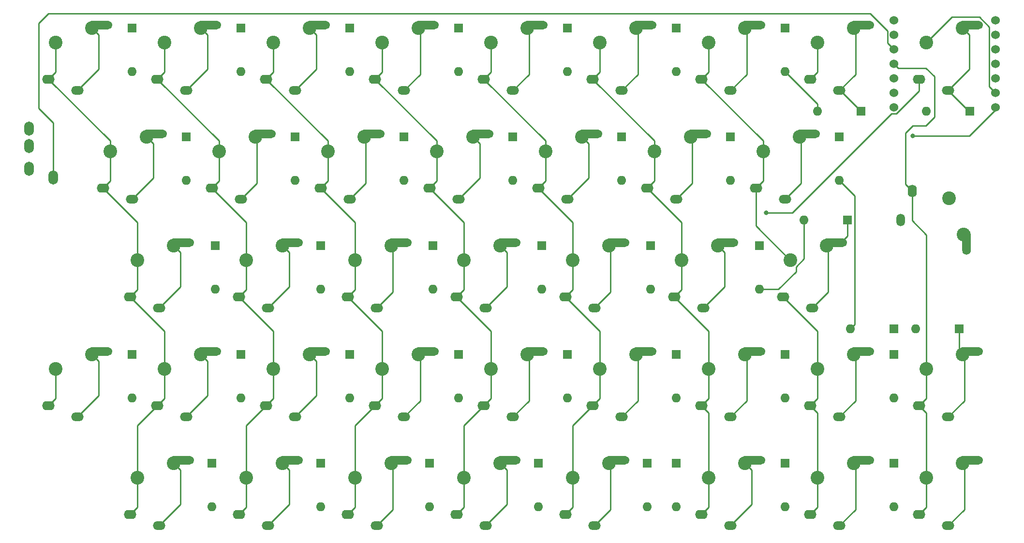
<source format=gbr>
%TF.GenerationSoftware,KiCad,Pcbnew,(7.0.0)*%
%TF.CreationDate,2023-05-23T14:57:48+09:00*%
%TF.ProjectId,sgkb-right,73676b62-2d72-4696-9768-742e6b696361,rev?*%
%TF.SameCoordinates,Original*%
%TF.FileFunction,Copper,L1,Top*%
%TF.FilePolarity,Positive*%
%FSLAX46Y46*%
G04 Gerber Fmt 4.6, Leading zero omitted, Abs format (unit mm)*
G04 Created by KiCad (PCBNEW (7.0.0)) date 2023-05-23 14:57:48*
%MOMM*%
%LPD*%
G01*
G04 APERTURE LIST*
G04 Aperture macros list*
%AMHorizOval*
0 Thick line with rounded ends*
0 $1 width*
0 $2 $3 position (X,Y) of the first rounded end (center of the circle)*
0 $4 $5 position (X,Y) of the second rounded end (center of the circle)*
0 Add line between two ends*
20,1,$1,$2,$3,$4,$5,0*
0 Add two circle primitives to create the rounded ends*
1,1,$1,$2,$3*
1,1,$1,$4,$5*%
G04 Aperture macros list end*
%TA.AperFunction,ComponentPad*%
%ADD10O,1.600000X2.200000*%
%TD*%
%TA.AperFunction,ComponentPad*%
%ADD11C,2.400000*%
%TD*%
%TA.AperFunction,ComponentPad*%
%ADD12O,1.500000X2.200000*%
%TD*%
%TA.AperFunction,ComponentPad*%
%ADD13HorizOval,1.500000X0.012653X-1.449945X-0.012653X1.449945X0*%
%TD*%
%TA.AperFunction,ComponentPad*%
%ADD14O,2.200000X1.600000*%
%TD*%
%TA.AperFunction,ComponentPad*%
%ADD15O,2.200000X1.500000*%
%TD*%
%TA.AperFunction,ComponentPad*%
%ADD16HorizOval,1.500000X1.449945X0.012653X-1.449945X-0.012653X0*%
%TD*%
%TA.AperFunction,ComponentPad*%
%ADD17R,1.600000X1.600000*%
%TD*%
%TA.AperFunction,ComponentPad*%
%ADD18O,1.600000X1.600000*%
%TD*%
%TA.AperFunction,ComponentPad*%
%ADD19O,1.700000X2.500000*%
%TD*%
%TA.AperFunction,ComponentPad*%
%ADD20C,1.524000*%
%TD*%
%TA.AperFunction,ViaPad*%
%ADD21C,0.800000*%
%TD*%
%TA.AperFunction,Conductor*%
%ADD22C,0.250000*%
%TD*%
G04 APERTURE END LIST*
D10*
%TO.P,SW19,1,1*%
%TO.N,COL2*%
X193743749Y-71099999D03*
D11*
X200183750Y-72390000D03*
D12*
%TO.P,SW19,2,2*%
%TO.N,Net-(D19-K)*%
X191743749Y-76199999D03*
D11*
X202723750Y-78740000D03*
D13*
X203184150Y-80100041D03*
%TD*%
D14*
%TO.P,SW5,1,1*%
%TO.N,COL5*%
X99674999Y-51524999D03*
D11*
X100965000Y-45085000D03*
D15*
%TO.P,SW5,2,2*%
%TO.N,Net-(D5-A)*%
X104774999Y-53524999D03*
D11*
X107315000Y-42545000D03*
D16*
X108675041Y-42084598D03*
%TD*%
D17*
%TO.P,D18,1,K*%
%TO.N,Net-(D18-K)*%
X180974999Y-61594999D03*
D18*
%TO.P,D18,2,A*%
%TO.N,ROW2*%
X180974999Y-69214999D03*
%TD*%
D14*
%TO.P,SW33,1,1*%
%TO.N,COL3*%
X80624999Y-108674999D03*
D11*
X81915000Y-102235000D03*
D15*
%TO.P,SW33,2,2*%
%TO.N,Net-(D33-A)*%
X85724999Y-110674999D03*
D11*
X88265000Y-99695000D03*
D16*
X89625041Y-99234598D03*
%TD*%
D14*
%TO.P,SW37,1,1*%
%TO.N,COL4*%
X156824999Y-108674999D03*
D11*
X158115000Y-102235000D03*
D15*
%TO.P,SW37,2,2*%
%TO.N,Net-(D37-K)*%
X161924999Y-110674999D03*
D11*
X164465000Y-99695000D03*
D16*
X165825041Y-99234598D03*
%TD*%
D17*
%TO.P,D39,1,K*%
%TO.N,Net-(D39-K)*%
X201929999Y-95249999D03*
D18*
%TO.P,D39,2,A*%
%TO.N,ROW4*%
X194309999Y-95249999D03*
%TD*%
D14*
%TO.P,SW32,1,1*%
%TO.N,COL2*%
X61574999Y-108674999D03*
D11*
X62865000Y-102235000D03*
D15*
%TO.P,SW32,2,2*%
%TO.N,Net-(D32-A)*%
X66674999Y-110674999D03*
D11*
X69215000Y-99695000D03*
D16*
X70575041Y-99234598D03*
%TD*%
D17*
%TO.P,D22,1,K*%
%TO.N,ROW3*%
X71754999Y-80644999D03*
D18*
%TO.P,D22,2,A*%
%TO.N,Net-(D22-A)*%
X71754999Y-88264999D03*
%TD*%
D14*
%TO.P,SW49,1,1*%
%TO.N,COL2*%
X194924999Y-127724999D03*
D11*
X196215000Y-121285000D03*
D15*
%TO.P,SW49,2,2*%
%TO.N,Net-(D49-K)*%
X200024999Y-129724999D03*
D11*
X202565000Y-118745000D03*
D16*
X203925041Y-118284598D03*
%TD*%
D17*
%TO.P,D33,1,K*%
%TO.N,ROW4*%
X95249999Y-99694999D03*
D18*
%TO.P,D33,2,A*%
%TO.N,Net-(D33-A)*%
X95249999Y-107314999D03*
%TD*%
D17*
%TO.P,D47,1,K*%
%TO.N,Net-(D47-K)*%
X152399999Y-118744999D03*
D18*
%TO.P,D47,2,A*%
%TO.N,ROW5*%
X152399999Y-126364999D03*
%TD*%
D17*
%TO.P,D6,1,K*%
%TO.N,Net-(D6-K)*%
X133349999Y-42544999D03*
D18*
%TO.P,D6,2,A*%
%TO.N,ROW1*%
X133349999Y-50164999D03*
%TD*%
D17*
%TO.P,D45,1,K*%
%TO.N,ROW5*%
X128269999Y-118744999D03*
D18*
%TO.P,D45,2,A*%
%TO.N,Net-(D45-A)*%
X128269999Y-126364999D03*
%TD*%
D14*
%TO.P,SW3,1,1*%
%TO.N,COL3*%
X61574999Y-51524999D03*
D11*
X62865000Y-45085000D03*
D15*
%TO.P,SW3,2,2*%
%TO.N,Net-(D3-A)*%
X66674999Y-53524999D03*
D11*
X69215000Y-42545000D03*
D16*
X70575041Y-42084598D03*
%TD*%
D14*
%TO.P,SW6,1,1*%
%TO.N,COL5*%
X118724999Y-51524999D03*
D11*
X120015000Y-45085000D03*
D15*
%TO.P,SW6,2,2*%
%TO.N,Net-(D6-K)*%
X123824999Y-53524999D03*
D11*
X126365000Y-42545000D03*
D16*
X127725041Y-42084598D03*
%TD*%
D14*
%TO.P,SW46,1,1*%
%TO.N,COL5*%
X133012499Y-127724999D03*
D11*
X134302500Y-121285000D03*
D15*
%TO.P,SW46,2,2*%
%TO.N,Net-(D46-K)*%
X138112499Y-129724999D03*
D11*
X140652500Y-118745000D03*
D16*
X142012541Y-118284598D03*
%TD*%
D14*
%TO.P,SW45,1,1*%
%TO.N,COL5*%
X113962499Y-127724999D03*
D11*
X115252500Y-121285000D03*
D15*
%TO.P,SW45,2,2*%
%TO.N,Net-(D45-A)*%
X119062499Y-129724999D03*
D11*
X121602500Y-118745000D03*
D16*
X122962541Y-118284598D03*
%TD*%
D14*
%TO.P,SW17,1,1*%
%TO.N,COL4*%
X147299999Y-70574999D03*
D11*
X148590000Y-64135000D03*
D15*
%TO.P,SW17,2,2*%
%TO.N,Net-(D17-K)*%
X152399999Y-72574999D03*
D11*
X154940000Y-61595000D03*
D16*
X156300041Y-61134598D03*
%TD*%
D17*
%TO.P,D2,1,K*%
%TO.N,ROW1*%
X57149999Y-42544999D03*
D18*
%TO.P,D2,2,A*%
%TO.N,Net-(D2-A)*%
X57149999Y-50164999D03*
%TD*%
D17*
%TO.P,D7,1,K*%
%TO.N,Net-(D7-K)*%
X152399999Y-42544999D03*
D18*
%TO.P,D7,2,A*%
%TO.N,ROW1*%
X152399999Y-50164999D03*
%TD*%
D14*
%TO.P,SW48,1,1*%
%TO.N,COL3*%
X175874999Y-127724999D03*
D11*
X177165000Y-121285000D03*
D15*
%TO.P,SW48,2,2*%
%TO.N,Net-(D48-K)*%
X180974999Y-129724999D03*
D11*
X183515000Y-118745000D03*
D16*
X184875041Y-118284598D03*
%TD*%
D17*
%TO.P,D32,1,K*%
%TO.N,ROW4*%
X76199999Y-99694999D03*
D18*
%TO.P,D32,2,A*%
%TO.N,Net-(D32-A)*%
X76199999Y-107314999D03*
%TD*%
D17*
%TO.P,D15,1,K*%
%TO.N,ROW2*%
X123824999Y-61594999D03*
D18*
%TO.P,D15,2,A*%
%TO.N,Net-(D15-A)*%
X123824999Y-69214999D03*
%TD*%
D17*
%TO.P,D5,1,K*%
%TO.N,ROW1*%
X114299999Y-42544999D03*
D18*
%TO.P,D5,2,A*%
%TO.N,Net-(D5-A)*%
X114299999Y-50164999D03*
%TD*%
D17*
%TO.P,D8,1,K*%
%TO.N,Net-(D8-K)*%
X171449999Y-42544999D03*
D18*
%TO.P,D8,2,A*%
%TO.N,ROW1*%
X171449999Y-50164999D03*
%TD*%
D17*
%TO.P,D12,1,K*%
%TO.N,ROW2*%
X66674999Y-61594999D03*
D18*
%TO.P,D12,2,A*%
%TO.N,Net-(D12-A)*%
X66674999Y-69214999D03*
%TD*%
D14*
%TO.P,SW34,1,1*%
%TO.N,COL4*%
X99674999Y-108674999D03*
D11*
X100965000Y-102235000D03*
D15*
%TO.P,SW34,2,2*%
%TO.N,Net-(D34-A)*%
X104774999Y-110674999D03*
D11*
X107315000Y-99695000D03*
D16*
X108675041Y-99234598D03*
%TD*%
D14*
%TO.P,SW14,1,1*%
%TO.N,COL4*%
X90149999Y-70574999D03*
D11*
X91440000Y-64135000D03*
D15*
%TO.P,SW14,2,2*%
%TO.N,Net-(D14-A)*%
X95249999Y-72574999D03*
D11*
X97790000Y-61595000D03*
D16*
X99150041Y-61134598D03*
%TD*%
D17*
%TO.P,D31,1,K*%
%TO.N,ROW4*%
X57149999Y-99694999D03*
D18*
%TO.P,D31,2,A*%
%TO.N,Net-(D31-A)*%
X57149999Y-107314999D03*
%TD*%
D17*
%TO.P,D9,1,K*%
%TO.N,Net-(D9-K)*%
X184784999Y-57149999D03*
D18*
%TO.P,D9,2,A*%
%TO.N,ROW1*%
X177164999Y-57149999D03*
%TD*%
D14*
%TO.P,SW8,1,1*%
%TO.N,COL3*%
X156824999Y-51524999D03*
D11*
X158115000Y-45085000D03*
D15*
%TO.P,SW8,2,2*%
%TO.N,Net-(D8-K)*%
X161924999Y-53524999D03*
D11*
X164465000Y-42545000D03*
D16*
X165825041Y-42084598D03*
%TD*%
D14*
%TO.P,SW28,1,1*%
%TO.N,COL3*%
X171112499Y-89624999D03*
D11*
X172402500Y-83185000D03*
D15*
%TO.P,SW28,2,2*%
%TO.N,Net-(D28-K)*%
X176212499Y-91624999D03*
D11*
X178752500Y-80645000D03*
D16*
X180112541Y-80184598D03*
%TD*%
D14*
%TO.P,SW25,1,1*%
%TO.N,COL5*%
X113962499Y-89624999D03*
D11*
X115252500Y-83185000D03*
D15*
%TO.P,SW25,2,2*%
%TO.N,Net-(D25-A)*%
X119062499Y-91624999D03*
D11*
X121602500Y-80645000D03*
D16*
X122962541Y-80184598D03*
%TD*%
D17*
%TO.P,D10,1,K*%
%TO.N,Net-(D10-K)*%
X203834999Y-57149999D03*
D18*
%TO.P,D10,2,A*%
%TO.N,ROW1*%
X196214999Y-57149999D03*
%TD*%
D17*
%TO.P,D36,1,K*%
%TO.N,Net-(D36-K)*%
X152399999Y-99694999D03*
D18*
%TO.P,D36,2,A*%
%TO.N,ROW4*%
X152399999Y-107314999D03*
%TD*%
D17*
%TO.P,D34,1,K*%
%TO.N,ROW4*%
X114299999Y-99694999D03*
D18*
%TO.P,D34,2,A*%
%TO.N,Net-(D34-A)*%
X114299999Y-107314999D03*
%TD*%
D17*
%TO.P,D38,1,K*%
%TO.N,Net-(D38-K)*%
X190499999Y-99694999D03*
D18*
%TO.P,D38,2,A*%
%TO.N,ROW4*%
X190499999Y-107314999D03*
%TD*%
D17*
%TO.P,D27,1,K*%
%TO.N,Net-(D27-K)*%
X167004999Y-80644999D03*
D18*
%TO.P,D27,2,A*%
%TO.N,ROW3*%
X167004999Y-88264999D03*
%TD*%
D14*
%TO.P,SW35,1,1*%
%TO.N,COL5*%
X118724999Y-108674999D03*
D11*
X120015000Y-102235000D03*
D15*
%TO.P,SW35,2,2*%
%TO.N,Net-(D35-A)*%
X123824999Y-110674999D03*
D11*
X126365000Y-99695000D03*
D16*
X127725041Y-99234598D03*
%TD*%
D14*
%TO.P,SW31,1,1*%
%TO.N,COL1*%
X42524999Y-108674999D03*
D11*
X43815000Y-102235000D03*
D15*
%TO.P,SW31,2,2*%
%TO.N,Net-(D31-A)*%
X47624999Y-110674999D03*
D11*
X50165000Y-99695000D03*
D16*
X51525041Y-99234598D03*
%TD*%
D14*
%TO.P,SW42,1,1*%
%TO.N,COL2*%
X56812499Y-127724999D03*
D11*
X58102500Y-121285000D03*
D15*
%TO.P,SW42,2,2*%
%TO.N,Net-(D42-A)*%
X61912499Y-129724999D03*
D11*
X64452500Y-118745000D03*
D16*
X65812541Y-118284598D03*
%TD*%
D17*
%TO.P,D35,1,K*%
%TO.N,ROW4*%
X133349999Y-99694999D03*
D18*
%TO.P,D35,2,A*%
%TO.N,Net-(D35-A)*%
X133349999Y-107314999D03*
%TD*%
D17*
%TO.P,D42,1,K*%
%TO.N,ROW5*%
X71119999Y-118744999D03*
D18*
%TO.P,D42,2,A*%
%TO.N,Net-(D42-A)*%
X71119999Y-126364999D03*
%TD*%
D14*
%TO.P,SW15,1,1*%
%TO.N,COL5*%
X109199999Y-70574999D03*
D11*
X110490000Y-64135000D03*
D15*
%TO.P,SW15,2,2*%
%TO.N,Net-(D15-A)*%
X114299999Y-72574999D03*
D11*
X116840000Y-61595000D03*
D16*
X118200041Y-61134598D03*
%TD*%
D14*
%TO.P,SW44,1,1*%
%TO.N,COL4*%
X94912499Y-127724999D03*
D11*
X96202500Y-121285000D03*
D15*
%TO.P,SW44,2,2*%
%TO.N,Net-(D44-A)*%
X100012499Y-129724999D03*
D11*
X102552500Y-118745000D03*
D16*
X103912541Y-118284598D03*
%TD*%
D17*
%TO.P,D48,1,K*%
%TO.N,Net-(D48-K)*%
X171449999Y-118744999D03*
D18*
%TO.P,D48,2,A*%
%TO.N,ROW5*%
X171449999Y-126364999D03*
%TD*%
D14*
%TO.P,SW43,1,1*%
%TO.N,COL3*%
X75862499Y-127724999D03*
D11*
X77152500Y-121285000D03*
D15*
%TO.P,SW43,2,2*%
%TO.N,Net-(D43-A)*%
X80962499Y-129724999D03*
D11*
X83502500Y-118745000D03*
D16*
X84862541Y-118284598D03*
%TD*%
D17*
%TO.P,D43,1,K*%
%TO.N,ROW5*%
X90169999Y-118744999D03*
D18*
%TO.P,D43,2,A*%
%TO.N,Net-(D43-A)*%
X90169999Y-126364999D03*
%TD*%
D17*
%TO.P,D13,1,K*%
%TO.N,ROW2*%
X85724999Y-61594999D03*
D18*
%TO.P,D13,2,A*%
%TO.N,Net-(D13-A)*%
X85724999Y-69214999D03*
%TD*%
D14*
%TO.P,SW12,1,1*%
%TO.N,COL2*%
X52049999Y-70574999D03*
D11*
X53340000Y-64135000D03*
D15*
%TO.P,SW12,2,2*%
%TO.N,Net-(D12-A)*%
X57149999Y-72574999D03*
D11*
X59690000Y-61595000D03*
D16*
X61050041Y-61134598D03*
%TD*%
D14*
%TO.P,SW36,1,1*%
%TO.N,COL5*%
X137774999Y-108674999D03*
D11*
X139065000Y-102235000D03*
D15*
%TO.P,SW36,2,2*%
%TO.N,Net-(D36-K)*%
X142874999Y-110674999D03*
D11*
X145415000Y-99695000D03*
D16*
X146775041Y-99234598D03*
%TD*%
D14*
%TO.P,SW39,1,1*%
%TO.N,COL2*%
X194924999Y-108674999D03*
D11*
X196215000Y-102235000D03*
D15*
%TO.P,SW39,2,2*%
%TO.N,Net-(D39-K)*%
X200024999Y-110674999D03*
D11*
X202565000Y-99695000D03*
D16*
X203925041Y-99234598D03*
%TD*%
D14*
%TO.P,SW18,1,1*%
%TO.N,COL3*%
X166349999Y-70574999D03*
D11*
X167640000Y-64135000D03*
D15*
%TO.P,SW18,2,2*%
%TO.N,Net-(D18-K)*%
X171449999Y-72574999D03*
D11*
X173990000Y-61595000D03*
D16*
X175350041Y-61134598D03*
%TD*%
D14*
%TO.P,SW47,1,1*%
%TO.N,COL4*%
X156824999Y-127724999D03*
D11*
X158115000Y-121285000D03*
D15*
%TO.P,SW47,2,2*%
%TO.N,Net-(D47-K)*%
X161924999Y-129724999D03*
D11*
X164465000Y-118745000D03*
D16*
X165825041Y-118284598D03*
%TD*%
D14*
%TO.P,SW23,1,1*%
%TO.N,COL3*%
X75862499Y-89624999D03*
D11*
X77152500Y-83185000D03*
D15*
%TO.P,SW23,2,2*%
%TO.N,Net-(D23-A)*%
X80962499Y-91624999D03*
D11*
X83502500Y-80645000D03*
D16*
X84862541Y-80184598D03*
%TD*%
D17*
%TO.P,D3,1,K*%
%TO.N,ROW1*%
X76199999Y-42544999D03*
D18*
%TO.P,D3,2,A*%
%TO.N,Net-(D3-A)*%
X76199999Y-50164999D03*
%TD*%
D14*
%TO.P,SW24,1,1*%
%TO.N,COL4*%
X94912499Y-89624999D03*
D11*
X96202500Y-83185000D03*
D15*
%TO.P,SW24,2,2*%
%TO.N,Net-(D24-A)*%
X100012499Y-91624999D03*
D11*
X102552500Y-80645000D03*
D16*
X103912541Y-80184598D03*
%TD*%
D14*
%TO.P,SW16,1,1*%
%TO.N,COL5*%
X128249999Y-70574999D03*
D11*
X129540000Y-64135000D03*
D15*
%TO.P,SW16,2,2*%
%TO.N,Net-(D16-K)*%
X133349999Y-72574999D03*
D11*
X135890000Y-61595000D03*
D16*
X137250041Y-61134598D03*
%TD*%
D17*
%TO.P,D25,1,K*%
%TO.N,ROW3*%
X128904999Y-80644999D03*
D18*
%TO.P,D25,2,A*%
%TO.N,Net-(D25-A)*%
X128904999Y-88264999D03*
%TD*%
D14*
%TO.P,SW26,1,1*%
%TO.N,COL5*%
X133012499Y-89624999D03*
D11*
X134302500Y-83185000D03*
D15*
%TO.P,SW26,2,2*%
%TO.N,Net-(D26-K)*%
X138112499Y-91624999D03*
D11*
X140652500Y-80645000D03*
D16*
X142012541Y-80184598D03*
%TD*%
D14*
%TO.P,SW9,1,1*%
%TO.N,COL2*%
X175874999Y-51524999D03*
D11*
X177165000Y-45085000D03*
D15*
%TO.P,SW9,2,2*%
%TO.N,Net-(D9-K)*%
X180974999Y-53524999D03*
D11*
X183515000Y-42545000D03*
D16*
X184875041Y-42084598D03*
%TD*%
D17*
%TO.P,D44,1,K*%
%TO.N,ROW5*%
X109219999Y-118744999D03*
D18*
%TO.P,D44,2,A*%
%TO.N,Net-(D44-A)*%
X109219999Y-126364999D03*
%TD*%
D17*
%TO.P,D4,1,K*%
%TO.N,ROW1*%
X95249999Y-42544999D03*
D18*
%TO.P,D4,2,A*%
%TO.N,Net-(D4-A)*%
X95249999Y-50164999D03*
%TD*%
D17*
%TO.P,D28,1,K*%
%TO.N,Net-(D28-K)*%
X182403749Y-76199999D03*
D18*
%TO.P,D28,2,A*%
%TO.N,ROW3*%
X174783749Y-76199999D03*
%TD*%
D14*
%TO.P,SW10,1,1*%
%TO.N,COL1*%
X194924999Y-51524999D03*
D11*
X196215000Y-45085000D03*
D15*
%TO.P,SW10,2,2*%
%TO.N,Net-(D10-K)*%
X200024999Y-53524999D03*
D11*
X202565000Y-42545000D03*
D16*
X203925041Y-42084598D03*
%TD*%
D14*
%TO.P,SW4,1,1*%
%TO.N,COL4*%
X80624999Y-51524999D03*
D11*
X81915000Y-45085000D03*
D15*
%TO.P,SW4,2,2*%
%TO.N,Net-(D4-A)*%
X85724999Y-53524999D03*
D11*
X88265000Y-42545000D03*
D16*
X89625041Y-42084598D03*
%TD*%
D17*
%TO.P,D26,1,K*%
%TO.N,Net-(D26-K)*%
X147954999Y-80644999D03*
D18*
%TO.P,D26,2,A*%
%TO.N,ROW3*%
X147954999Y-88264999D03*
%TD*%
D17*
%TO.P,D17,1,K*%
%TO.N,Net-(D17-K)*%
X161924999Y-61594999D03*
D18*
%TO.P,D17,2,A*%
%TO.N,ROW2*%
X161924999Y-69214999D03*
%TD*%
D17*
%TO.P,D19,1,K*%
%TO.N,Net-(D19-K)*%
X190499999Y-95249999D03*
D18*
%TO.P,D19,2,A*%
%TO.N,ROW2*%
X182879999Y-95249999D03*
%TD*%
D14*
%TO.P,SW27,1,1*%
%TO.N,COL4*%
X152062499Y-89624999D03*
D11*
X153352500Y-83185000D03*
D15*
%TO.P,SW27,2,2*%
%TO.N,Net-(D27-K)*%
X157162499Y-91624999D03*
D11*
X159702500Y-80645000D03*
D16*
X161062541Y-80184598D03*
%TD*%
D17*
%TO.P,D24,1,K*%
%TO.N,ROW3*%
X109854999Y-80644999D03*
D18*
%TO.P,D24,2,A*%
%TO.N,Net-(D24-A)*%
X109854999Y-88264999D03*
%TD*%
D17*
%TO.P,D49,1,K*%
%TO.N,Net-(D49-K)*%
X190499999Y-118744999D03*
D18*
%TO.P,D49,2,A*%
%TO.N,ROW5*%
X190499999Y-126364999D03*
%TD*%
D14*
%TO.P,SW22,1,1*%
%TO.N,COL2*%
X56812499Y-89624999D03*
D11*
X58102500Y-83185000D03*
D15*
%TO.P,SW22,2,2*%
%TO.N,Net-(D22-A)*%
X61912499Y-91624999D03*
D11*
X64452500Y-80645000D03*
D16*
X65812541Y-80184598D03*
%TD*%
D17*
%TO.P,D16,1,K*%
%TO.N,Net-(D16-K)*%
X142874999Y-61594999D03*
D18*
%TO.P,D16,2,A*%
%TO.N,ROW2*%
X142874999Y-69214999D03*
%TD*%
D14*
%TO.P,SW2,1,1*%
%TO.N,COL2*%
X42524999Y-51524999D03*
D11*
X43815000Y-45085000D03*
D15*
%TO.P,SW2,2,2*%
%TO.N,Net-(D2-A)*%
X47624999Y-53524999D03*
D11*
X50165000Y-42545000D03*
D16*
X51525041Y-42084598D03*
%TD*%
D14*
%TO.P,SW7,1,1*%
%TO.N,COL4*%
X137774999Y-51524999D03*
D11*
X139065000Y-45085000D03*
D15*
%TO.P,SW7,2,2*%
%TO.N,Net-(D7-K)*%
X142874999Y-53524999D03*
D11*
X145415000Y-42545000D03*
D16*
X146775041Y-42084598D03*
%TD*%
D14*
%TO.P,SW13,1,1*%
%TO.N,COL3*%
X71099999Y-70574999D03*
D11*
X72390000Y-64135000D03*
D15*
%TO.P,SW13,2,2*%
%TO.N,Net-(D13-A)*%
X76199999Y-72574999D03*
D11*
X78740000Y-61595000D03*
D16*
X80100041Y-61134598D03*
%TD*%
D17*
%TO.P,D23,1,K*%
%TO.N,ROW3*%
X90169999Y-80644999D03*
D18*
%TO.P,D23,2,A*%
%TO.N,Net-(D23-A)*%
X90169999Y-88264999D03*
%TD*%
D17*
%TO.P,D14,1,K*%
%TO.N,ROW2*%
X104774999Y-61594999D03*
D18*
%TO.P,D14,2,A*%
%TO.N,Net-(D14-A)*%
X104774999Y-69214999D03*
%TD*%
D17*
%TO.P,D46,1,K*%
%TO.N,Net-(D46-K)*%
X147319999Y-118744999D03*
D18*
%TO.P,D46,2,A*%
%TO.N,ROW5*%
X147319999Y-126364999D03*
%TD*%
D17*
%TO.P,D37,1,K*%
%TO.N,Net-(D37-K)*%
X171449999Y-99694999D03*
D18*
%TO.P,D37,2,A*%
%TO.N,ROW4*%
X171449999Y-107314999D03*
%TD*%
D14*
%TO.P,SW38,1,1*%
%TO.N,COL3*%
X175874999Y-108674999D03*
D11*
X177165000Y-102235000D03*
D15*
%TO.P,SW38,2,2*%
%TO.N,Net-(D38-K)*%
X180974999Y-110674999D03*
D11*
X183515000Y-99695000D03*
D16*
X184875041Y-99234598D03*
%TD*%
D19*
%TO.P,J1,A*%
%TO.N,VCC*%
X43374999Y-68704999D03*
%TO.P,J1,B*%
%TO.N,GND*%
X39174999Y-60204999D03*
%TO.P,J1,C*%
%TO.N,unconnected-(J1-PadC)*%
X39174999Y-63204999D03*
%TO.P,J1,D*%
%TO.N,TX*%
X39174999Y-67204999D03*
%TD*%
D20*
%TO.P,U1,1,PA02_A0_D0*%
%TO.N,ROW1*%
X208300000Y-41200000D03*
%TO.P,U1,2,PA4_A1_D1*%
%TO.N,ROW2*%
X208300000Y-43740000D03*
%TO.P,U1,3,PA10_A2_D2*%
%TO.N,ROW3*%
X208300000Y-46280000D03*
%TO.P,U1,4,PA11_A3_D3*%
%TO.N,ROW4*%
X208300000Y-48820000D03*
%TO.P,U1,5,PA8_A4_D4_SDA*%
%TO.N,ROW5*%
X208300000Y-51360000D03*
%TO.P,U1,6,PA9_A5_D5_SCL*%
%TO.N,COL1*%
X208300000Y-53900000D03*
%TO.P,U1,7,PB08_A6_D6_TX*%
%TO.N,TX*%
X208300000Y-56440000D03*
%TO.P,U1,8,PB09_A7_D7_RX*%
%TO.N,COL5*%
X190520000Y-56440000D03*
%TO.P,U1,9,PA7_A8_D8_SCK*%
%TO.N,COL4*%
X190520000Y-53900000D03*
%TO.P,U1,10,PA5_A9_D9_MISO*%
%TO.N,COL3*%
X190520000Y-51360000D03*
%TO.P,U1,11,PA6_A10_D10_MOSI*%
%TO.N,COL2*%
X190520000Y-48820000D03*
%TO.P,U1,12,3V3*%
%TO.N,VCC*%
X190520000Y-46280000D03*
%TO.P,U1,13,GND*%
%TO.N,GND*%
X190520000Y-43740000D03*
%TO.P,U1,14,5V*%
%TO.N,unconnected-(U1-5V-Pad14)*%
X190520000Y-41200000D03*
%TD*%
D21*
%TO.N,TX*%
X193802000Y-61468000D03*
%TO.N,COL1*%
X168148000Y-74930000D03*
%TD*%
D22*
%TO.N,COL2*%
X192532000Y-69888250D02*
X193743750Y-71100000D01*
X192532000Y-60960000D02*
X192532000Y-69888250D01*
X193802000Y-59690000D02*
X192532000Y-60960000D01*
X197612000Y-58166000D02*
X196088000Y-59690000D01*
X196139999Y-49581999D02*
X197612000Y-51054000D01*
X196088000Y-59690000D02*
X193802000Y-59690000D01*
X191281999Y-49581999D02*
X196139999Y-49581999D01*
X197612000Y-51054000D02*
X197612000Y-58166000D01*
X190520000Y-48820000D02*
X191281999Y-49581999D01*
%TO.N,TX*%
X208300000Y-56876000D02*
X208300000Y-56440000D01*
X203708000Y-61468000D02*
X208300000Y-56876000D01*
X193802000Y-61468000D02*
X203708000Y-61468000D01*
%TO.N,ROW3*%
X174783750Y-82960426D02*
X174783750Y-76200000D01*
X170324912Y-88265000D02*
X173387500Y-85202412D01*
X173387500Y-84356676D02*
X174783750Y-82960426D01*
X167005000Y-88265000D02*
X170324912Y-88265000D01*
X173387500Y-85202412D02*
X173387500Y-84356676D01*
%TO.N,Net-(D28-K)*%
X182403750Y-78983750D02*
X182403750Y-76200000D01*
X181212500Y-80175000D02*
X182403750Y-78983750D01*
%TO.N,ROW2*%
X183679999Y-71919999D02*
X180975000Y-69215000D01*
X182880000Y-95250000D02*
X183679999Y-94450001D01*
X183679999Y-94450001D02*
X183679999Y-71919999D01*
%TO.N,COL2*%
X193743750Y-76295153D02*
X193743750Y-71100000D01*
X196215000Y-78766403D02*
X193743750Y-76295153D01*
X196215000Y-102235000D02*
X196215000Y-78766403D01*
%TO.N,COL1*%
X190970251Y-57527000D02*
X194925000Y-53572251D01*
X190123000Y-57527000D02*
X190970251Y-57527000D01*
X172720000Y-74930000D02*
X190123000Y-57527000D01*
X194925000Y-53572251D02*
X194925000Y-51525000D01*
X168148000Y-74930000D02*
X172720000Y-74930000D01*
%TO.N,COL3*%
X166350000Y-77196000D02*
X166350000Y-70575000D01*
X172402500Y-83185000D02*
X172339000Y-83185000D01*
X172339000Y-83185000D02*
X166350000Y-77196000D01*
%TO.N,Net-(D39-K)*%
X201930000Y-99060000D02*
X202565000Y-99695000D01*
X201930000Y-95250000D02*
X201930000Y-99060000D01*
%TO.N,ROW1*%
X177165000Y-57150000D02*
X177165000Y-55880000D01*
X177165000Y-55880000D02*
X171450000Y-50165000D01*
%TO.N,Net-(D2-A)*%
X51365000Y-43745000D02*
X51365000Y-49785000D01*
X51365000Y-49785000D02*
X47625000Y-53525000D01*
X50165000Y-42545000D02*
X51365000Y-43745000D01*
%TO.N,Net-(D3-A)*%
X70415000Y-49785000D02*
X66675000Y-53525000D01*
X69215000Y-42545000D02*
X70415000Y-43745000D01*
X70415000Y-43745000D02*
X70415000Y-49785000D01*
%TO.N,Net-(D4-A)*%
X89465000Y-43745000D02*
X89465000Y-49785000D01*
X88265000Y-42545000D02*
X89465000Y-43745000D01*
X89465000Y-49785000D02*
X85725000Y-53525000D01*
%TO.N,Net-(D5-A)*%
X107600000Y-50700000D02*
X107600000Y-42830000D01*
X107600000Y-42830000D02*
X107315000Y-42545000D01*
X104775000Y-53525000D02*
X107600000Y-50700000D01*
%TO.N,Net-(D6-K)*%
X126650000Y-50700000D02*
X126650000Y-42830000D01*
X123825000Y-53525000D02*
X126650000Y-50700000D01*
X126650000Y-42830000D02*
X126365000Y-42545000D01*
%TO.N,Net-(D7-K)*%
X145700000Y-42830000D02*
X145415000Y-42545000D01*
X142875000Y-53525000D02*
X145700000Y-50700000D01*
X145700000Y-50700000D02*
X145700000Y-42830000D01*
%TO.N,Net-(D8-K)*%
X164750000Y-42830000D02*
X164465000Y-42545000D01*
X164750000Y-50700000D02*
X164750000Y-42830000D01*
X161925000Y-53525000D02*
X164750000Y-50700000D01*
%TO.N,Net-(D9-K)*%
X183800000Y-50700000D02*
X183800000Y-42830000D01*
X181160000Y-53525000D02*
X184785000Y-57150000D01*
X180975000Y-53525000D02*
X181160000Y-53525000D01*
X183800000Y-42830000D02*
X183515000Y-42545000D01*
X180975000Y-53525000D02*
X183800000Y-50700000D01*
%TO.N,Net-(D10-K)*%
X203835000Y-57150000D02*
X203650000Y-57150000D01*
X203765000Y-49785000D02*
X203765000Y-43745000D01*
X203765000Y-43745000D02*
X202565000Y-42545000D01*
X200025000Y-53525000D02*
X203765000Y-49785000D01*
X203650000Y-57150000D02*
X200025000Y-53525000D01*
%TO.N,Net-(D12-A)*%
X59690000Y-61595000D02*
X60890000Y-62795000D01*
X60890000Y-68835000D02*
X57150000Y-72575000D01*
X60890000Y-62795000D02*
X60890000Y-68835000D01*
%TO.N,Net-(D13-A)*%
X79025000Y-69750000D02*
X79025000Y-61880000D01*
X76200000Y-72575000D02*
X79025000Y-69750000D01*
X79025000Y-61880000D02*
X78740000Y-61595000D01*
%TO.N,Net-(D14-A)*%
X95250000Y-72575000D02*
X98075000Y-69750000D01*
X98075000Y-69750000D02*
X98075000Y-61880000D01*
X98075000Y-61880000D02*
X97790000Y-61595000D01*
%TO.N,Net-(D15-A)*%
X114300000Y-72575000D02*
X118040000Y-68835000D01*
X118040000Y-62795000D02*
X116840000Y-61595000D01*
X118040000Y-68835000D02*
X118040000Y-62795000D01*
%TO.N,Net-(D16-K)*%
X137090000Y-68835000D02*
X137090000Y-62795000D01*
X133350000Y-72575000D02*
X137090000Y-68835000D01*
X137090000Y-62795000D02*
X135890000Y-61595000D01*
%TO.N,Net-(D17-K)*%
X152400000Y-72575000D02*
X155225000Y-69750000D01*
X155225000Y-61880000D02*
X154940000Y-61595000D01*
X155225000Y-69750000D02*
X155225000Y-61880000D01*
%TO.N,Net-(D18-K)*%
X171450000Y-72575000D02*
X174275000Y-69750000D01*
X174275000Y-69750000D02*
X174275000Y-61880000D01*
X174275000Y-61880000D02*
X173990000Y-61595000D01*
%TO.N,Net-(D22-A)*%
X65652500Y-87885000D02*
X61912500Y-91625000D01*
X64452500Y-80645000D02*
X65652500Y-81845000D01*
X65652500Y-81845000D02*
X65652500Y-87885000D01*
%TO.N,Net-(D23-A)*%
X84702500Y-87885000D02*
X80962500Y-91625000D01*
X83502500Y-80645000D02*
X84702500Y-81845000D01*
X84702500Y-81845000D02*
X84702500Y-87885000D01*
%TO.N,Net-(D24-A)*%
X100012500Y-91625000D02*
X102837500Y-88800000D01*
X102837500Y-88800000D02*
X102837500Y-80930000D01*
X102837500Y-80930000D02*
X102552500Y-80645000D01*
%TO.N,Net-(D25-A)*%
X122802500Y-81845000D02*
X121602500Y-80645000D01*
X119062500Y-91625000D02*
X122802500Y-87885000D01*
X122802500Y-87885000D02*
X122802500Y-81845000D01*
%TO.N,Net-(D26-K)*%
X140937500Y-88800000D02*
X140937500Y-80930000D01*
X140937500Y-80930000D02*
X140652500Y-80645000D01*
X138112500Y-91625000D02*
X140937500Y-88800000D01*
%TO.N,Net-(D27-K)*%
X157162500Y-91625000D02*
X160902500Y-87885000D01*
X160902500Y-81845000D02*
X159702500Y-80645000D01*
X160902500Y-87885000D02*
X160902500Y-81845000D01*
%TO.N,Net-(D28-K)*%
X179037500Y-80930000D02*
X178752500Y-80645000D01*
X179037500Y-88800000D02*
X179037500Y-80930000D01*
X176212500Y-91625000D02*
X179037500Y-88800000D01*
%TO.N,Net-(D31-A)*%
X50165000Y-99695000D02*
X51365000Y-100895000D01*
X51365000Y-100895000D02*
X51365000Y-106935000D01*
X51365000Y-106935000D02*
X47625000Y-110675000D01*
%TO.N,Net-(D32-A)*%
X70415000Y-106935000D02*
X66675000Y-110675000D01*
X70415000Y-100895000D02*
X70415000Y-106935000D01*
X69215000Y-99695000D02*
X70415000Y-100895000D01*
%TO.N,Net-(D33-A)*%
X88265000Y-99695000D02*
X89465000Y-100895000D01*
X89465000Y-100895000D02*
X89465000Y-106935000D01*
X89465000Y-106935000D02*
X85725000Y-110675000D01*
%TO.N,Net-(D34-A)*%
X107600000Y-99980000D02*
X107315000Y-99695000D01*
X104775000Y-110675000D02*
X107600000Y-107850000D01*
X107600000Y-107850000D02*
X107600000Y-99980000D01*
%TO.N,Net-(D35-A)*%
X123825000Y-110675000D02*
X126650000Y-107850000D01*
X126650000Y-99980000D02*
X126365000Y-99695000D01*
X126650000Y-107850000D02*
X126650000Y-99980000D01*
%TO.N,Net-(D36-K)*%
X145700000Y-107850000D02*
X145700000Y-99980000D01*
X142875000Y-110675000D02*
X145700000Y-107850000D01*
X145700000Y-99980000D02*
X145415000Y-99695000D01*
%TO.N,Net-(D37-K)*%
X164750000Y-99980000D02*
X164465000Y-99695000D01*
X164750000Y-107850000D02*
X164750000Y-99980000D01*
X161925000Y-110675000D02*
X164750000Y-107850000D01*
%TO.N,Net-(D38-K)*%
X180975000Y-110675000D02*
X183800000Y-107850000D01*
X183800000Y-107850000D02*
X183800000Y-99980000D01*
X183800000Y-99980000D02*
X183515000Y-99695000D01*
%TO.N,Net-(D39-K)*%
X202850000Y-107850000D02*
X202850000Y-99980000D01*
X202850000Y-99980000D02*
X202565000Y-99695000D01*
X200025000Y-110675000D02*
X202850000Y-107850000D01*
%TO.N,Net-(D42-A)*%
X65652500Y-119945000D02*
X65652500Y-125985000D01*
X64452500Y-118745000D02*
X65652500Y-119945000D01*
X65652500Y-125985000D02*
X61912500Y-129725000D01*
%TO.N,Net-(D43-A)*%
X83502500Y-118745000D02*
X84702500Y-119945000D01*
X84702500Y-125985000D02*
X80962500Y-129725000D01*
X84702500Y-119945000D02*
X84702500Y-125985000D01*
%TO.N,Net-(D44-A)*%
X102837500Y-126900000D02*
X102837500Y-119030000D01*
X100012500Y-129725000D02*
X102837500Y-126900000D01*
X102837500Y-119030000D02*
X102552500Y-118745000D01*
%TO.N,Net-(D45-A)*%
X119062500Y-129725000D02*
X122802500Y-125985000D01*
X122802500Y-119945000D02*
X121602500Y-118745000D01*
X122802500Y-125985000D02*
X122802500Y-119945000D01*
%TO.N,Net-(D46-K)*%
X140937500Y-126900000D02*
X140937500Y-119030000D01*
X138112500Y-129725000D02*
X140937500Y-126900000D01*
X140937500Y-119030000D02*
X140652500Y-118745000D01*
%TO.N,Net-(D47-K)*%
X161925000Y-129725000D02*
X165665000Y-125985000D01*
X165665000Y-125985000D02*
X165665000Y-119945000D01*
X165665000Y-119945000D02*
X164465000Y-118745000D01*
%TO.N,Net-(D48-K)*%
X183800000Y-119030000D02*
X183515000Y-118745000D01*
X183800000Y-126900000D02*
X183800000Y-119030000D01*
X180975000Y-129725000D02*
X183800000Y-126900000D01*
%TO.N,Net-(D49-K)*%
X202850000Y-126900000D02*
X202850000Y-119030000D01*
X202850000Y-119030000D02*
X202565000Y-118745000D01*
X200025000Y-129725000D02*
X202850000Y-126900000D01*
%TO.N,VCC*%
X189433000Y-43065500D02*
X186372500Y-40005000D01*
X40850000Y-41700000D02*
X40850000Y-56601142D01*
X40850000Y-56601142D02*
X43375000Y-59126142D01*
X189433000Y-45193000D02*
X189433000Y-43065500D01*
X186372500Y-40005000D02*
X42545000Y-40005000D01*
X42545000Y-40005000D02*
X40850000Y-41700000D01*
X43375000Y-59126142D02*
X43375000Y-68705000D01*
X190520000Y-46280000D02*
X189433000Y-45193000D01*
%TO.N,COL2*%
X58102500Y-76627500D02*
X52050000Y-70575000D01*
X53340000Y-64135000D02*
X53340000Y-69285000D01*
X196215000Y-121285000D02*
X196215000Y-109965000D01*
X196215000Y-109965000D02*
X194925000Y-108675000D01*
X58102500Y-88335000D02*
X56812500Y-89625000D01*
X62865000Y-95677500D02*
X56812500Y-89625000D01*
X61575000Y-108675000D02*
X62865000Y-107385000D01*
X58102500Y-121285000D02*
X58102500Y-126435000D01*
X58102500Y-126435000D02*
X56812500Y-127725000D01*
X62865000Y-102235000D02*
X62865000Y-95677500D01*
X58102500Y-121285000D02*
X58102500Y-112147500D01*
X58102500Y-112147500D02*
X61575000Y-108675000D01*
X62865000Y-107385000D02*
X62865000Y-102235000D01*
X196215000Y-126435000D02*
X196215000Y-121285000D01*
X196215000Y-107385000D02*
X196215000Y-102235000D01*
X194925000Y-108675000D02*
X196215000Y-107385000D01*
X58102500Y-83185000D02*
X58102500Y-88335000D01*
X53340000Y-62340000D02*
X42525000Y-51525000D01*
X53340000Y-69285000D02*
X52050000Y-70575000D01*
X58102500Y-83185000D02*
X58102500Y-76627500D01*
X53340000Y-64135000D02*
X53340000Y-62340000D01*
X177165000Y-50235000D02*
X177165000Y-45085000D01*
X194925000Y-127725000D02*
X196215000Y-126435000D01*
X175875000Y-51525000D02*
X177165000Y-50235000D01*
X43815000Y-50235000D02*
X42525000Y-51525000D01*
X43815000Y-45085000D02*
X43815000Y-50235000D01*
%TO.N,COL3*%
X81915000Y-95677500D02*
X75862500Y-89625000D01*
X77152500Y-83185000D02*
X77152500Y-76627500D01*
X81915000Y-102235000D02*
X81915000Y-95677500D01*
X62865000Y-50235000D02*
X61575000Y-51525000D01*
X81915000Y-107385000D02*
X81915000Y-102235000D01*
X175875000Y-127725000D02*
X177165000Y-126435000D01*
X177165000Y-121285000D02*
X177165000Y-109965000D01*
X77152500Y-126435000D02*
X77152500Y-121285000D01*
X177165000Y-95677500D02*
X171112500Y-89625000D01*
X72390000Y-64135000D02*
X72390000Y-69285000D01*
X156825000Y-51525000D02*
X158115000Y-50235000D01*
X177165000Y-109965000D02*
X175875000Y-108675000D01*
X77152500Y-121285000D02*
X77152500Y-112147500D01*
X177165000Y-102235000D02*
X177165000Y-95677500D01*
X77152500Y-112147500D02*
X80625000Y-108675000D01*
X62865000Y-45085000D02*
X62865000Y-50235000D01*
X167640000Y-62340000D02*
X156825000Y-51525000D01*
X72390000Y-64135000D02*
X72390000Y-62340000D01*
X77152500Y-76627500D02*
X71100000Y-70575000D01*
X177165000Y-107385000D02*
X177165000Y-102235000D01*
X177165000Y-126435000D02*
X177165000Y-121285000D01*
X166350000Y-70575000D02*
X167640000Y-69285000D01*
X175875000Y-108675000D02*
X177165000Y-107385000D01*
X72390000Y-69285000D02*
X71100000Y-70575000D01*
X80625000Y-108675000D02*
X81915000Y-107385000D01*
X158115000Y-50235000D02*
X158115000Y-45085000D01*
X167640000Y-64135000D02*
X167640000Y-62340000D01*
X75862500Y-127725000D02*
X77152500Y-126435000D01*
X75862500Y-89625000D02*
X77152500Y-88335000D01*
X167640000Y-69285000D02*
X167640000Y-64135000D01*
X72390000Y-62340000D02*
X61575000Y-51525000D01*
X77152500Y-88335000D02*
X77152500Y-83185000D01*
%TO.N,COL4*%
X147300000Y-70575000D02*
X148590000Y-69285000D01*
X158115000Y-126435000D02*
X158115000Y-121285000D01*
X156825000Y-108675000D02*
X158115000Y-107385000D01*
X94912500Y-89625000D02*
X96202500Y-88335000D01*
X158115000Y-102235000D02*
X158115000Y-95677500D01*
X94912500Y-127725000D02*
X96202500Y-126435000D01*
X153352500Y-83185000D02*
X153352500Y-76627500D01*
X156825000Y-127725000D02*
X158115000Y-126435000D01*
X99675000Y-108675000D02*
X100965000Y-107385000D01*
X96202500Y-76627500D02*
X90150000Y-70575000D01*
X153352500Y-88335000D02*
X153352500Y-83185000D01*
X91440000Y-62340000D02*
X80625000Y-51525000D01*
X100965000Y-95677500D02*
X94912500Y-89625000D01*
X91440000Y-64135000D02*
X91440000Y-69285000D01*
X148590000Y-64135000D02*
X148590000Y-62340000D01*
X91440000Y-64135000D02*
X91440000Y-62340000D01*
X96202500Y-83185000D02*
X96202500Y-76627500D01*
X148590000Y-62340000D02*
X137775000Y-51525000D01*
X100965000Y-107385000D02*
X100965000Y-102235000D01*
X158115000Y-109965000D02*
X156825000Y-108675000D01*
X139065000Y-50235000D02*
X139065000Y-45085000D01*
X96202500Y-126435000D02*
X96202500Y-121285000D01*
X137775000Y-51525000D02*
X139065000Y-50235000D01*
X96202500Y-121285000D02*
X96202500Y-112147500D01*
X158115000Y-121285000D02*
X158115000Y-109965000D01*
X100965000Y-102235000D02*
X100965000Y-95677500D01*
X91440000Y-69285000D02*
X90150000Y-70575000D01*
X158115000Y-95677500D02*
X152062500Y-89625000D01*
X148590000Y-69285000D02*
X148590000Y-64135000D01*
X152062500Y-89625000D02*
X153352500Y-88335000D01*
X81915000Y-45085000D02*
X81915000Y-50235000D01*
X81915000Y-50235000D02*
X80625000Y-51525000D01*
X153352500Y-76627500D02*
X147300000Y-70575000D01*
X96202500Y-112147500D02*
X99675000Y-108675000D01*
X158115000Y-107385000D02*
X158115000Y-102235000D01*
X96202500Y-88335000D02*
X96202500Y-83185000D01*
%TO.N,COL5*%
X110490000Y-62340000D02*
X99675000Y-51525000D01*
X129540000Y-64135000D02*
X129540000Y-62340000D01*
X118725000Y-108675000D02*
X120015000Y-107385000D01*
X137775000Y-108675000D02*
X139065000Y-107385000D01*
X99675000Y-51525000D02*
X100965000Y-50235000D01*
X129540000Y-62340000D02*
X118725000Y-51525000D01*
X120015000Y-45085000D02*
X120015000Y-50235000D01*
X133012500Y-89625000D02*
X134302500Y-88335000D01*
X115252500Y-83185000D02*
X115252500Y-76627500D01*
X139065000Y-107385000D02*
X139065000Y-102235000D01*
X134302500Y-83185000D02*
X134302500Y-76627500D01*
X115252500Y-121285000D02*
X115252500Y-112147500D01*
X115252500Y-88335000D02*
X115252500Y-83185000D01*
X110490000Y-64135000D02*
X110490000Y-62340000D01*
X139065000Y-102235000D02*
X139065000Y-95677500D01*
X109200000Y-70575000D02*
X110490000Y-69285000D01*
X134302500Y-76627500D02*
X128250000Y-70575000D01*
X134302500Y-88335000D02*
X134302500Y-83185000D01*
X100965000Y-50235000D02*
X100965000Y-45085000D01*
X110490000Y-69285000D02*
X110490000Y-64135000D01*
X128250000Y-70575000D02*
X129540000Y-69285000D01*
X120015000Y-102235000D02*
X120015000Y-95677500D01*
X115252500Y-112147500D02*
X118725000Y-108675000D01*
X134302500Y-121285000D02*
X134302500Y-112147500D01*
X129540000Y-69285000D02*
X129540000Y-64135000D01*
X139065000Y-95677500D02*
X133012500Y-89625000D01*
X113962500Y-127725000D02*
X115252500Y-126435000D01*
X133012500Y-127725000D02*
X134302500Y-126435000D01*
X134302500Y-112147500D02*
X137775000Y-108675000D01*
X115252500Y-76627500D02*
X109200000Y-70575000D01*
X113962500Y-89625000D02*
X115252500Y-88335000D01*
X120015000Y-95677500D02*
X113962500Y-89625000D01*
X120015000Y-107385000D02*
X120015000Y-102235000D01*
X120015000Y-50235000D02*
X118725000Y-51525000D01*
X115252500Y-126435000D02*
X115252500Y-121285000D01*
X134302500Y-126435000D02*
X134302500Y-121285000D01*
%TO.N,COL1*%
X208300000Y-53900000D02*
X207213000Y-52813000D01*
X43815000Y-102235000D02*
X43815000Y-107385000D01*
X205468758Y-40640000D02*
X200660000Y-40640000D01*
X207213000Y-52813000D02*
X207213000Y-42384242D01*
X200660000Y-40640000D02*
X196215000Y-45085000D01*
X43815000Y-107385000D02*
X42525000Y-108675000D01*
X207213000Y-42384242D02*
X205468758Y-40640000D01*
%TD*%
M02*

</source>
